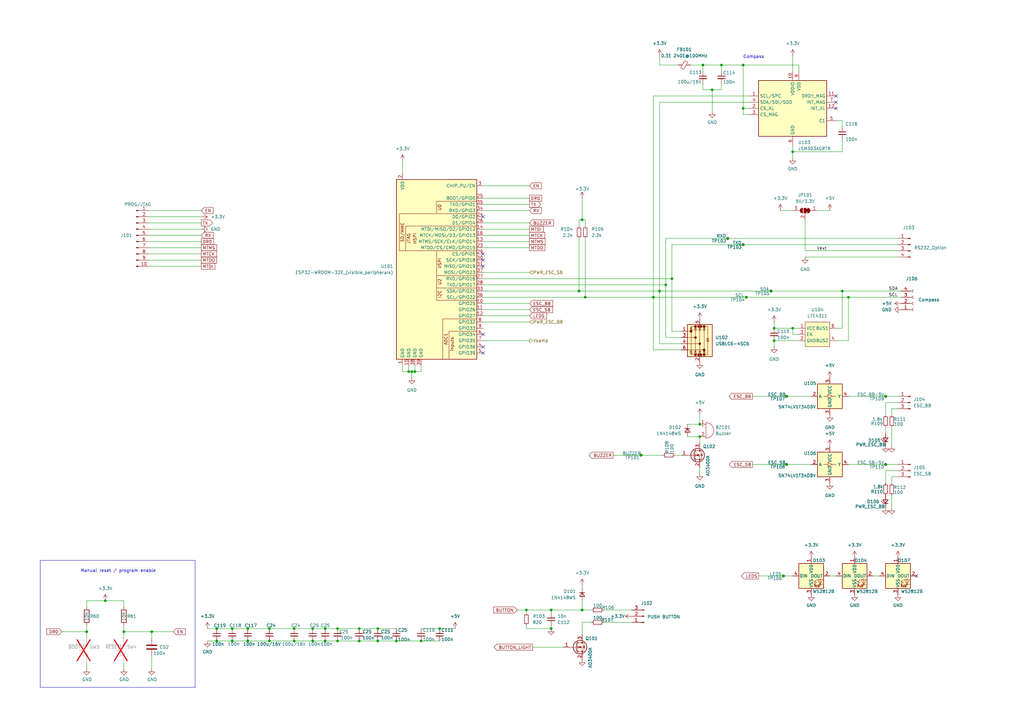
<source format=kicad_sch>
(kicad_sch (version 20231120) (generator "eeschema") (generator_version "8.0")
  (paper "A3")
  (junction (at 35.56 259.08))
  (junction (at 298.45 97.79))
  (junction (at 128.27 262.89))
  (junction (at 322.58 162.56))
  (junction (at 138.43 257.81))
  (junction (at 128.27 257.81))
  (junction (at 50.8 259.08))
  (junction (at 226.06 250.19))
  (junction (at 262.89 186.69))
  (junction (at 154.94 257.81))
  (junction (at 288.29 26.67))
  (junction (at 154.94 262.89))
  (junction (at 120.65 262.89))
  (junction (at 167.64 152.4))
  (junction (at 110.49 262.89))
  (junction (at 101.6 257.81))
  (junction (at 43.18 246.38))
  (junction (at 287.02 179.07))
  (junction (at 304.8 26.67))
  (junction (at 133.35 257.81))
  (junction (at 133.35 262.89))
  (junction (at 172.72 262.89))
  (junction (at 138.43 262.89))
  (junction (at 270.51 119.38))
  (junction (at 306.07 121.92))
  (junction (at 170.18 152.4))
  (junction (at 101.6 262.89))
  (junction (at 363.22 162.56))
  (junction (at 316.23 119.38))
  (junction (at 321.31 236.22))
  (junction (at 226.06 257.81))
  (junction (at 322.58 190.5))
  (junction (at 240.03 121.92))
  (junction (at 62.23 259.08))
  (junction (at 88.9 257.81))
  (junction (at 267.97 121.92))
  (junction (at 317.5 139.7))
  (junction (at 325.12 134.62))
  (junction (at 304.8 44.45))
  (junction (at 238.76 90.17))
  (junction (at 120.65 257.81))
  (junction (at 147.32 262.89))
  (junction (at 180.34 257.81))
  (junction (at 162.56 262.89))
  (junction (at 275.59 114.3))
  (junction (at 88.9 262.89))
  (junction (at 287.02 173.99))
  (junction (at 345.44 119.38))
  (junction (at 325.12 62.23))
  (junction (at 215.9 250.19))
  (junction (at 237.49 119.38))
  (junction (at 110.49 257.81))
  (junction (at 304.8 100.33))
  (junction (at 147.32 257.81))
  (junction (at 273.05 116.84))
  (junction (at 168.91 152.4))
  (junction (at 347.98 121.92))
  (junction (at 363.22 190.5))
  (junction (at 292.1 36.83))
  (junction (at 295.91 26.67))
  (junction (at 238.76 250.19))
  (junction (at 95.25 257.81))
  (junction (at 317.5 134.62))
  (junction (at 95.25 262.89))
  (no_connect (at 198.12 142.24))
  (no_connect (at 198.12 144.78))
  (no_connect (at 375.92 236.22))
  (no_connect (at 198.12 106.68))
  (no_connect (at 198.12 109.22))
  (no_connect (at 342.9 41.91))
  (no_connect (at 198.12 104.14))
  (no_connect (at 342.9 44.45))
  (no_connect (at 198.12 137.16))
  (no_connect (at 342.9 39.37))
  (no_connect (at 198.12 88.9))
  (wire (pts (xy 217.17 96.52) (xy 198.12 96.52)))
  (wire (pts (xy 281.94 179.07) (xy 287.02 179.07)))
  (wire (pts (xy 110.49 257.81) (xy 120.65 257.81)))
  (wire (pts (xy 238.76 246.38) (xy 238.76 250.19)))
  (wire (pts (xy 295.91 26.67) (xy 304.8 26.67)))
  (wire (pts (xy 88.9 257.81) (xy 95.25 257.81)))
  (wire (pts (xy 365.76 175.26) (xy 365.76 182.88)))
  (wire (pts (xy 215.9 257.81) (xy 226.06 257.81)))
  (wire (pts (xy 363.22 190.5) (xy 368.3 190.5)))
  (wire (pts (xy 218.44 265.43) (xy 231.14 265.43)))
  (wire (pts (xy 317.5 132.08) (xy 317.5 134.62)))
  (wire (pts (xy 82.55 99.06) (xy 60.96 99.06)))
  (wire (pts (xy 304.8 100.33) (xy 275.59 100.33)))
  (wire (pts (xy 85.09 257.81) (xy 88.9 257.81)))
  (wire (pts (xy 240.03 121.92) (xy 267.97 121.92)))
  (wire (pts (xy 279.4 143.51) (xy 267.97 143.51)))
  (wire (pts (xy 273.05 97.79) (xy 273.05 116.84)))
  (wire (pts (xy 283.21 26.67) (xy 288.29 26.67)))
  (wire (pts (xy 168.91 152.4) (xy 168.91 154.94)))
  (wire (pts (xy 238.76 81.28) (xy 238.76 90.17)))
  (wire (pts (xy 368.3 195.58) (xy 365.76 195.58)))
  (wire (pts (xy 311.15 236.22) (xy 321.31 236.22)))
  (wire (pts (xy 347.98 190.5) (xy 363.22 190.5)))
  (wire (pts (xy 120.65 262.89) (xy 128.27 262.89)))
  (wire (pts (xy 168.91 152.4) (xy 170.18 152.4)))
  (wire (pts (xy 342.9 139.7) (xy 347.98 139.7)))
  (wire (pts (xy 304.8 46.99) (xy 307.34 46.99)))
  (wire (pts (xy 308.61 162.56) (xy 322.58 162.56)))
  (polyline (pts (xy 16.51 229.87) (xy 80.01 229.87)))
  (wire (pts (xy 138.43 257.81) (xy 147.32 257.81)))
  (wire (pts (xy 288.29 26.67) (xy 288.29 29.21)))
  (wire (pts (xy 88.9 262.89) (xy 95.25 262.89)))
  (wire (pts (xy 287.02 194.31) (xy 287.02 191.77)))
  (wire (pts (xy 270.51 26.67) (xy 270.51 22.86)))
  (wire (pts (xy 238.76 90.17) (xy 240.03 90.17)))
  (wire (pts (xy 330.2 90.17) (xy 330.2 102.87)))
  (wire (pts (xy 322.58 190.5) (xy 332.74 190.5)))
  (wire (pts (xy 133.35 262.89) (xy 138.43 262.89)))
  (wire (pts (xy 287.02 179.07) (xy 287.02 181.61)))
  (wire (pts (xy 292.1 36.83) (xy 292.1 45.72)))
  (wire (pts (xy 325.12 62.23) (xy 325.12 59.69)))
  (wire (pts (xy 295.91 34.29) (xy 295.91 36.83)))
  (wire (pts (xy 170.18 152.4) (xy 172.72 152.4)))
  (wire (pts (xy 226.06 250.19) (xy 238.76 250.19)))
  (wire (pts (xy 238.76 250.19) (xy 242.57 250.19)))
  (wire (pts (xy 340.36 236.22) (xy 342.9 236.22)))
  (wire (pts (xy 267.97 143.51) (xy 267.97 121.92)))
  (wire (pts (xy 35.56 246.38) (xy 43.18 246.38)))
  (wire (pts (xy 345.44 57.15) (xy 345.44 62.23)))
  (wire (pts (xy 279.4 135.89) (xy 275.59 135.89)))
  (wire (pts (xy 267.97 121.92) (xy 306.07 121.92)))
  (wire (pts (xy 347.98 162.56) (xy 363.22 162.56)))
  (wire (pts (xy 82.55 88.9) (xy 60.96 88.9)))
  (wire (pts (xy 50.8 256.54) (xy 50.8 259.08)))
  (wire (pts (xy 288.29 36.83) (xy 292.1 36.83)))
  (wire (pts (xy 270.51 140.97) (xy 270.51 119.38)))
  (wire (pts (xy 365.76 167.64) (xy 365.76 170.18)))
  (wire (pts (xy 165.1 66.04) (xy 165.1 71.12)))
  (wire (pts (xy 60.96 101.6) (xy 82.55 101.6)))
  (wire (pts (xy 198.12 81.28) (xy 217.17 81.28)))
  (wire (pts (xy 317.5 139.7) (xy 327.66 139.7)))
  (wire (pts (xy 101.6 257.81) (xy 110.49 257.81)))
  (wire (pts (xy 50.8 259.08) (xy 62.23 259.08)))
  (wire (pts (xy 251.46 186.69) (xy 262.89 186.69)))
  (wire (pts (xy 347.98 121.92) (xy 369.57 121.92)))
  (wire (pts (xy 342.9 49.53) (xy 345.44 49.53)))
  (wire (pts (xy 368.3 97.79) (xy 298.45 97.79)))
  (wire (pts (xy 278.13 26.67) (xy 270.51 26.67)))
  (wire (pts (xy 363.22 175.26) (xy 363.22 177.8)))
  (wire (pts (xy 308.61 190.5) (xy 322.58 190.5)))
  (wire (pts (xy 345.44 49.53) (xy 345.44 52.07)))
  (wire (pts (xy 345.44 119.38) (xy 345.44 134.62)))
  (wire (pts (xy 133.35 257.81) (xy 138.43 257.81)))
  (wire (pts (xy 95.25 262.89) (xy 101.6 262.89)))
  (wire (pts (xy 270.51 119.38) (xy 316.23 119.38)))
  (wire (pts (xy 345.44 62.23) (xy 325.12 62.23)))
  (wire (pts (xy 226.06 256.54) (xy 226.06 257.81)))
  (wire (pts (xy 43.18 246.38) (xy 50.8 246.38)))
  (wire (pts (xy 240.03 97.79) (xy 240.03 121.92)))
  (wire (pts (xy 226.06 250.19) (xy 226.06 251.46)))
  (wire (pts (xy 288.29 34.29) (xy 288.29 36.83)))
  (wire (pts (xy 325.12 64.77) (xy 325.12 62.23)))
  (wire (pts (xy 35.56 259.08) (xy 35.56 261.62)))
  (wire (pts (xy 365.76 195.58) (xy 365.76 198.12)))
  (wire (pts (xy 363.22 198.12) (xy 363.22 193.04)))
  (wire (pts (xy 165.1 152.4) (xy 165.1 149.86)))
  (wire (pts (xy 325.12 86.36) (xy 320.04 86.36)))
  (wire (pts (xy 154.94 257.81) (xy 162.56 257.81)))
  (wire (pts (xy 275.59 135.89) (xy 275.59 114.3)))
  (wire (pts (xy 368.3 102.87) (xy 330.2 102.87)))
  (wire (pts (xy 322.58 162.56) (xy 332.74 162.56)))
  (wire (pts (xy 262.89 186.69) (xy 271.78 186.69)))
  (wire (pts (xy 279.4 140.97) (xy 270.51 140.97)))
  (wire (pts (xy 128.27 257.81) (xy 133.35 257.81)))
  (wire (pts (xy 217.17 93.98) (xy 198.12 93.98)))
  (wire (pts (xy 50.8 261.62) (xy 50.8 259.08)))
  (wire (pts (xy 198.12 119.38) (xy 237.49 119.38)))
  (wire (pts (xy 35.56 246.38) (xy 35.56 248.92)))
  (wire (pts (xy 82.55 91.44) (xy 60.96 91.44)))
  (wire (pts (xy 347.98 121.92) (xy 347.98 139.7)))
  (wire (pts (xy 180.34 257.81) (xy 186.69 257.81)))
  (wire (pts (xy 82.55 96.52) (xy 60.96 96.52)))
  (wire (pts (xy 237.49 119.38) (xy 270.51 119.38)))
  (wire (pts (xy 198.12 91.44) (xy 217.17 91.44)))
  (wire (pts (xy 35.56 274.32) (xy 35.56 271.78)))
  (wire (pts (xy 247.65 250.19) (xy 259.08 250.19)))
  (wire (pts (xy 325.12 22.86) (xy 325.12 29.21)))
  (wire (pts (xy 238.76 241.3) (xy 238.76 240.03)))
  (wire (pts (xy 340.36 86.36) (xy 335.28 86.36)))
  (wire (pts (xy 35.56 259.08) (xy 25.4 259.08)))
  (wire (pts (xy 226.06 250.19) (xy 215.9 250.19)))
  (wire (pts (xy 62.23 259.08) (xy 62.23 261.62)))
  (wire (pts (xy 327.66 134.62) (xy 325.12 134.62)))
  (wire (pts (xy 101.6 262.89) (xy 110.49 262.89)))
  (wire (pts (xy 287.02 170.18) (xy 287.02 173.99)))
  (wire (pts (xy 247.65 255.27) (xy 259.08 255.27)))
  (wire (pts (xy 60.96 104.14) (xy 82.55 104.14)))
  (wire (pts (xy 85.09 262.89) (xy 88.9 262.89)))
  (wire (pts (xy 170.18 152.4) (xy 170.18 149.86)))
  (wire (pts (xy 110.49 262.89) (xy 120.65 262.89)))
  (wire (pts (xy 212.09 250.19) (xy 215.9 250.19)))
  (wire (pts (xy 215.9 250.19) (xy 215.9 251.46)))
  (wire (pts (xy 267.97 39.37) (xy 307.34 39.37)))
  (wire (pts (xy 128.27 262.89) (xy 133.35 262.89)))
  (wire (pts (xy 368.3 167.64) (xy 365.76 167.64)))
  (wire (pts (xy 281.94 173.99) (xy 287.02 173.99)))
  (wire (pts (xy 327.66 29.21) (xy 327.66 26.67)))
  (wire (pts (xy 50.8 246.38) (xy 50.8 248.92)))
  (wire (pts (xy 147.32 262.89) (xy 154.94 262.89)))
  (polyline (pts (xy 80.01 281.94) (xy 16.51 281.94)))
  (wire (pts (xy 358.14 236.22) (xy 360.68 236.22)))
  (wire (pts (xy 316.23 119.38) (xy 345.44 119.38)))
  (wire (pts (xy 327.66 137.16) (xy 325.12 137.16)))
  (wire (pts (xy 60.96 109.22) (xy 82.55 109.22)))
  (wire (pts (xy 198.12 132.08) (xy 217.17 132.08)))
  (wire (pts (xy 321.31 236.22) (xy 325.12 236.22)))
  (wire (pts (xy 288.29 26.67) (xy 295.91 26.67)))
  (wire (pts (xy 363.22 170.18) (xy 363.22 165.1)))
  (wire (pts (xy 198.12 124.46) (xy 217.17 124.46)))
  (wire (pts (xy 270.51 119.38) (xy 270.51 41.91)))
  (wire (pts (xy 368.3 100.33) (xy 304.8 100.33)))
  (wire (pts (xy 217.17 99.06) (xy 198.12 99.06)))
  (wire (pts (xy 279.4 138.43) (xy 273.05 138.43)))
  (wire (pts (xy 368.3 105.41) (xy 330.2 105.41)))
  (wire (pts (xy 165.1 152.4) (xy 167.64 152.4)))
  (wire (pts (xy 172.72 257.81) (xy 180.34 257.81)))
  (polyline (pts (xy 16.51 281.94) (xy 16.51 229.87)))
  (wire (pts (xy 273.05 116.84) (xy 273.05 138.43)))
  (wire (pts (xy 167.64 152.4) (xy 168.91 152.4)))
  (wire (pts (xy 237.49 90.17) (xy 238.76 90.17)))
  (wire (pts (xy 306.07 121.92) (xy 347.98 121.92)))
  (wire (pts (xy 35.56 256.54) (xy 35.56 259.08)))
  (wire (pts (xy 298.45 97.79) (xy 273.05 97.79)))
  (wire (pts (xy 363.22 162.56) (xy 368.3 162.56)))
  (wire (pts (xy 238.76 255.27) (xy 242.57 255.27)))
  (wire (pts (xy 217.17 101.6) (xy 198.12 101.6)))
  (wire (pts (xy 240.03 90.17) (xy 240.03 92.71)))
  (wire (pts (xy 275.59 100.33) (xy 275.59 114.3)))
  (wire (pts (xy 304.8 26.67) (xy 327.66 26.67)))
  (wire (pts (xy 317.5 139.7) (xy 317.5 142.24)))
  (wire (pts (xy 237.49 90.17) (xy 237.49 92.71)))
  (wire (pts (xy 292.1 36.83) (xy 295.91 36.83)))
  (wire (pts (xy 273.05 116.84) (xy 198.12 116.84)))
  (wire (pts (xy 147.32 257.81) (xy 154.94 257.81)))
  (wire (pts (xy 62.23 269.24) (xy 62.23 274.32)))
  (wire (pts (xy 342.9 134.62) (xy 345.44 134.62)))
  (wire (pts (xy 275.59 114.3) (xy 198.12 114.3)))
  (wire (pts (xy 304.8 44.45) (xy 304.8 46.99)))
  (polyline (pts (xy 80.01 229.87) (xy 80.01 281.94)))
  (wire (pts (xy 345.44 119.38) (xy 369.57 119.38)))
  (wire (pts (xy 154.94 262.89) (xy 162.56 262.89)))
  (wire (pts (xy 82.55 86.36) (xy 60.96 86.36)))
  (wire (pts (xy 198.12 129.54) (xy 217.17 129.54)))
  (wire (pts (xy 62.23 259.08) (xy 71.12 259.08)))
  (wire (pts (xy 317.5 134.62) (xy 325.12 134.62)))
  (wire (pts (xy 295.91 26.67) (xy 295.91 29.21)))
  (wire (pts (xy 365.76 203.2) (xy 365.76 208.28)))
  (wire (pts (xy 198.12 127) (xy 217.17 127)))
  (wire (pts (xy 95.25 257.81) (xy 101.6 257.81)))
  (wire (pts (xy 270.51 41.91) (xy 307.34 41.91)))
  (wire (pts (xy 50.8 274.32) (xy 50.8 271.78)))
  (wire (pts (xy 162.56 262.89) (xy 172.72 262.89)))
  (wire (pts (xy 217.17 86.36) (xy 198.12 86.36)))
  (wire (pts (xy 138.43 262.89) (xy 147.32 262.89)))
  (wire (pts (xy 172.72 262.89) (xy 180.34 262.89)))
  (wire (pts (xy 237.49 97.79) (xy 237.49 119.38)))
  (wire (pts (xy 217.17 83.82) (xy 198.12 83.82)))
  (wire (pts (xy 217.17 76.2) (xy 198.12 76.2)))
  (wire (pts (xy 267.97 39.37) (xy 267.97 121.92)))
  (wire (pts (xy 172.72 149.86) (xy 172.72 152.4)))
  (wire (pts (xy 167.64 149.86) (xy 167.64 152.4)))
  (wire (pts (xy 198.12 121.92) (xy 240.03 121.92)))
  (wire (pts (xy 198.12 111.76) (xy 217.17 111.76)))
  (wire (pts (xy 363.22 165.1) (xy 368.3 165.1)))
  (wire (pts (xy 60.96 106.68) (xy 82.55 106.68)))
  (wire (pts (xy 215.9 256.54) (xy 215.9 257.81)))
  (wire (pts (xy 120.65 257.81) (xy 128.27 257.81)))
  (wire (pts (xy 325.12 137.16) (xy 325.12 134.62)))
  (wire (pts (xy 217.17 139.7) (xy 198.12 139.7)))
  (wire (pts (xy 363.22 193.04) (xy 368.3 193.04)))
  (wire (pts (xy 276.86 186.69) (xy 279.4 186.69)))
  (wire (pts (xy 307.34 44.45) (xy 304.8 44.45)))
  (wire (pts (xy 238.76 260.35) (xy 238.76 255.27)))
  (wire (pts (xy 82.55 93.98) (xy 60.96 93.98)))
  (wire (pts (xy 304.8 26.67) (xy 304.8 44.45)))
  (text "Compass" (at 304.8 24.13 0) (effects (font (size 1.27 1.27)) (justify left bottom)))
  (text "Manual reset / program enable" (at 33.02 234.95 0) (effects (font (size 1.27 1.27)) (justify left bottom)))
  (label "SCL" (at 364.49 121.92 0))
  (label "Vext" (at 339.09 102.87 180))
  (label "SDA" (at 364.49 119.38 0))
  (global_label "MTDO" (shape passive) (at 82.55 106.68 0) (property "Intersheetrefs" "${INTERSHEET_REFS}" (effects (hide yes))))
  (global_label "MTDI" (shape passive) (at 217.17 93.98 0) (property "Intersheetrefs" "${INTERSHEET_REFS}" (effects (hide yes))))
  (global_label "MTMS" (shape passive) (at 82.55 101.6 0) (property "Intersheetrefs" "${INTERSHEET_REFS}" (effects (hide yes))))
  (global_label "MTCK" (shape passive) (at 82.55 104.14 0) (property "Intersheetrefs" "${INTERSHEET_REFS}" (effects (hide yes))))
  (global_label "BUTTON" (shape input) (at 212.09 250.19 180) (property "Intersheetrefs" "${INTERSHEET_REFS}" (effects (hide yes))))
  (global_label "MTDI" (shape passive) (at 82.55 109.22 0) (property "Intersheetrefs" "${INTERSHEET_REFS}" (effects (hide yes))))
  (global_label "MTCK" (shape passive) (at 217.17 96.52 0) (property "Intersheetrefs" "${INTERSHEET_REFS}" (effects (hide yes))))
  (global_label "BUZZER" (shape input) (at 217.17 91.44 0) (property "Intersheetrefs" "${INTERSHEET_REFS}" (effects (hide yes))))
  (global_label "ESC_BB" (shape input) (at 217.17 124.46 0) (property "Intersheetrefs" "${INTERSHEET_REFS}" (effects (hide yes))))
  (global_label "BUTTON_LIGHT" (shape output) (at 218.44 265.43 180) (property "Intersheetrefs" "${INTERSHEET_REFS}" (effects (hide yes))))
  (global_label "TX" (shape output) (at 82.55 91.44 0) (property "Intersheetrefs" "${INTERSHEET_REFS}" (effects (hide yes))))
  (global_label "ESC_BB" (shape output) (at 308.61 162.56 180) (property "Intersheetrefs" "${INTERSHEET_REFS}" (effects (hide yes))))
  (global_label "DR0" (shape input) (at 25.4 259.08 180) (property "Intersheetrefs" "${INTERSHEET_REFS}" (effects (hide yes))))
  (global_label "EN" (shape input) (at 71.12 259.08 0) (property "Intersheetrefs" "${INTERSHEET_REFS}" (effects (hide yes))))
  (global_label "BUZZER" (shape output) (at 251.46 186.69 180) (property "Intersheetrefs" "${INTERSHEET_REFS}" (effects (hide yes))))
  (global_label "MTDO" (shape passive) (at 217.17 101.6 0) (property "Intersheetrefs" "${INTERSHEET_REFS}" (effects (hide yes))))
  (global_label "TX" (shape output) (at 217.17 83.82 0) (property "Intersheetrefs" "${INTERSHEET_REFS}" (effects (hide yes))))
  (global_label "ESC_SB" (shape output) (at 308.61 190.5 180) (property "Intersheetrefs" "${INTERSHEET_REFS}" (effects (hide yes))))
  (global_label "EN" (shape input) (at 217.17 76.2 0) (property "Intersheetrefs" "${INTERSHEET_REFS}" (effects (hide yes))))
  (global_label "ESC_SB" (shape input) (at 217.17 127 0) (property "Intersheetrefs" "${INTERSHEET_REFS}" (effects (hide yes))))
  (global_label "RX" (shape input) (at 82.55 96.52 0) (property "Intersheetrefs" "${INTERSHEET_REFS}" (effects (hide yes))))
  (global_label "EN" (shape input) (at 82.55 86.36 0) (property "Intersheetrefs" "${INTERSHEET_REFS}" (effects (hide yes))))
  (global_label "LEDS" (shape output) (at 311.15 236.22 180) (property "Intersheetrefs" "${INTERSHEET_REFS}" (effects (hide yes))))
  (global_label "RX" (shape input) (at 217.17 86.36 0) (property "Intersheetrefs" "${INTERSHEET_REFS}" (effects (hide yes))))
  (global_label "MTMS" (shape passive) (at 217.17 99.06 0) (property "Intersheetrefs" "${INTERSHEET_REFS}" (effects (hide yes))))
  (global_label "DR0" (shape passive) (at 217.17 81.28 0) (property "Intersheetrefs" "${INTERSHEET_REFS}" (effects (hide yes))))
  (global_label "DR0" (shape passive) (at 82.55 99.06 0) (property "Intersheetrefs" "${INTERSHEET_REFS}" (effects (hide yes))))
  (global_label "LEDS" (shape input) (at 217.17 129.54 0) (property "Intersheetrefs" "${INTERSHEET_REFS}" (effects (hide yes))))
  (hierarchical_label "PWR_ESC_BB" (shape input) (at 217.17 132.08 0))
  (hierarchical_label "Vsamp" (shape output) (at 217.17 139.7 0))
  (hierarchical_label "PWR_ESC_SB" (shape input) (at 217.17 111.76 0))
  (symbol (lib_id "power:+3.3V") (at 43.18 246.38 0) (unit 1)
    (property "Reference" "#PWR0102" (effects (hide yes)))
    (property "Value" "+3.3V" (at 43.18 241.3 0))
  )
  (symbol (lib_id "power:+3.3V") (at 320.04 86.36 0) (mirror y) (unit 1)
    (property "Reference" "#PWR0125" (effects (hide yes)))
    (property "Value" "+3.3V" (at 320.04 81.28 0))
  )
  (symbol (lib_id "power:+3.3V") (at 270.51 22.86 0) (unit 1)
    (property "Reference" "#PWR0117" (effects (hide yes)))
    (property "Value" "+3.3V" (at 270.51 17.78 0))
  )
  (symbol (lib_id "Connector:Conn_01x03_Pin") (at 373.38 165.1 0) (mirror y) (unit 1)
    (property "Reference" "J104" (at 374.65 163.8299 0) (effects (justify right)))
    (property "Value" "ESC_BB" (at 374.65 166.3699 0) (effects (justify right)))
    (property "Footprint" "Connector_JST:JST_XH_B3B-XH-A_1x03_P2.50mm_Vertical" (effects (hide yes)))
    (property "Description" "Generic connector, single row, 01x03, script generated" (effects (hide yes)))
    (property "LCSC" "C5341202" (effects (hide yes)))
  )
  (symbol (lib_id "Device:C_Small") (at 345.44 54.61 0) (unit 1)
    (property "Reference" "C116" (at 346.71 50.8 0) (effects (justify left)))
    (property "Value" "100n" (at 346.71 57.15 0) (effects (justify left)))
    (property "Footprint" "A_Device:C_0603" (effects (hide yes)))
    (property "LCSC" "C14663" (effects (hide yes)))
  )
  (symbol (lib_id "Device:C_Small") (at 120.65 260.35 0) (unit 1)
    (property "Reference" "C24" (at 119.38 256.54 0) (effects (justify left)))
    (property "Value" "100u/16V" (at 115.57 264.16 0) (effects (justify left)))
    (property "Footprint" "Capacitor_SMD:C_1210_3225Metric" (effects (hide yes)))
    (property "LCSC" "C90143" (effects (hide yes)))
    (instances (project "NIKOLA-02-E-001_PCAScannerController_R1" (path "" (reference "C24") (unit 1))) (project "Robuoy-Sub" (path "" (reference "C103") (unit 1))))
  )
  (symbol (lib_id "Device:R_Small") (at 245.11 250.19 90) (mirror x) (unit 1)
    (property "Reference" "R106" (at 249.428 249.174 90))
    (property "Value" "100" (at 245.11 248.412 90))
    (property "Footprint" "A_Device:R_0603" (effects (hide yes)))
    (property "LCSC" "C22775" (effects (hide yes)))
  )
  (symbol (lib_id "Connector:TestPoint_Small") (at 363.22 162.56 0) (unit 1) (in_bom no)
    (property "Reference" "TP109" (at 356.616 163.576 0) (effects (justify left)))
    (property "Value" "ESC_BB-5V" (at 351.536 161.798 0) (effects (justify left)))
    (property "Footprint" "A_Pads_Pins:Testpad_1" (effects (hide yes)))
    (property "Description" "test point" (effects (hide yes)))
  )
  (symbol (lib_id "Device:C_Small") (at 295.91 31.75 0) (unit 1)
    (property "Reference" "C114" (at 296.545 29.845 0) (effects (justify left)))
    (property "Value" "100n" (at 296.545 33.655 0) (effects (justify left)))
    (property "Footprint" "A_Device:C_0603" (effects (hide yes)))
    (property "LCSC" "C14663" (effects (hide yes)))
  )
  (symbol (lib_id "power:GND") (at 50.8 274.32 0) (unit 1)
    (property "Reference" "#PWR0123" (effects (hide yes)))
    (property "Value" "GND" (at 50.927 278.7142 0))
    (instances (project "Smartbox4.0_V1.3" (path "" (reference "#PWR0123") (unit 1))) (project "Robuoy-Sub" (path "" (reference "#PWR0103") (unit 1))))
  )
  (symbol (lib_id "power:GND") (at 350.52 243.84 0) (unit 1)
    (property "Reference" "#PWR0137" (effects (hide yes)))
    (property "Value" "GND" (at 350.52 248.285 0))
  )
  (symbol (lib_id "power:GND") (at 287.02 194.31 0) (mirror y) (unit 1)
    (property "Reference" "#PWR0121" (effects (hide yes)))
    (property "Value" "GND" (at 287.02 199.39 0))
  )
  (symbol (lib_id "Switch:SW_Push") (at 50.8 266.7 90) (unit 1) (in_bom no) (dnp yes)
    (property "Reference" "SW4" (at 52.0192 265.3792 90) (effects (justify right)))
    (property "Value" "~{RESET}" (at 43.18 265.43 90) (effects (justify right)))
    (property "Footprint" "Connector_PinHeader_2.54mm:PinHeader_1x02_P2.54mm_Vertical" (effects (hide yes)))
    (property "Farnell" "-" (effects (hide yes)))
    (instances (project "Smartbox4.0_V1.3" (path "" (reference "SW4") (unit 1))) (project "Robuoy-Sub" (path "" (reference "SW102") (unit 1))))
  )
  (symbol (lib_id "Connector:Conn_01x04_Pin") (at 373.38 100.33 0) (mirror y) (unit 1)
    (property "Reference" "J103" (at 372.745 93.345 0))
    (property "Value" "RS232_Option" (at 381.635 101.6 0))
    (property "Footprint" "Connector_PinSocket_2.54mm:PinSocket_1x04_P2.54mm_Vertical" (effects (hide yes)))
    (property "LCSC" "C2718488" (effects (hide yes)))
  )
  (symbol (lib_id "Sensor_Motion:LSM303C") (at 325.12 44.45 0) (unit 1)
    (property "Reference" "U103" (at 327.3141 58.42 0) (effects (justify left)))
    (property "Value" "LSM303AGRTR" (at 327.3141 60.96 0) (effects (justify left)))
    (property "Footprint" "Package_LGA:LGA-12_2x2mm_P0.5mm" (effects (hide yes)))
    (property "Datasheet" "www.st.com/resource/en/datasheet/lsm303c.pdf" (effects (hide yes)))
    (property "LCSC" "C126671" (effects (hide yes)))
  )
  (symbol (lib_id "Device:C_Small") (at 162.56 260.35 0) (unit 1)
    (property "Reference" "C25" (at 163.195 258.445 0) (effects (justify left)))
    (property "Value" "100n" (at 163.195 262.255 0) (effects (justify left)))
    (property "Footprint" "A_Device:C_0603" (effects (hide yes)))
    (property "LCSC" "C14663" (effects (hide yes)))
    (instances (project "NIKOLA-02-E-001_PCAScannerController_R1" (path "" (reference "C25") (unit 1))) (project "Robuoy-Sub" (path "" (reference "C109") (unit 1))))
  )
  (symbol (lib_id "Connector:TestPoint_Small") (at 298.45 97.79 0) (unit 1) (in_bom no)
    (property "Reference" "TP102" (at 291.846 98.806 0) (effects (justify left)))
    (property "Value" "RXD" (at 293.878 96.774 0) (effects (justify left)))
    (property "Footprint" "A_Pads_Pins:Testpad_1" (effects (hide yes)))
    (property "Description" "test point" (effects (hide yes)))
  )
  (symbol (lib_id "Device:R_Small") (at 365.76 172.72 180) (unit 1)
    (property "Reference" "R111" (at 369.062 171.958 0))
    (property "Value" "100" (at 368.554 173.99 0))
    (property "Footprint" "A_Device:R_0603" (effects (hide yes)))
    (property "Description" "Resistor, small symbol" (effects (hide yes)))
    (property "LCSC" "C22775" (effects (hide yes)))
  )
  (symbol (lib_id "Device:R_Small") (at 274.32 186.69 270) (unit 1)
    (property "Reference" "R108" (at 273.558 183.388 0))
    (property "Value" "100" (at 275.59 183.896 0))
    (property "Footprint" "A_Device:R_0603" (effects (hide yes)))
    (property "Description" "Resistor, small symbol" (effects (hide yes)))
    (property "LCSC" "C22775" (effects (hide yes)))
  )
  (symbol (lib_id "Device:Buzzer") (at 289.56 176.53 0) (unit 1)
    (property "Reference" "BZ101" (at 293.37 175.2599 0) (effects (justify left)))
    (property "Value" "Buzzer" (at 293.37 177.7999 0) (effects (justify left)))
    (property "Footprint" "A_Misc:Buzzer-12x6.5x5.2" (effects (hide yes)))
    (property "Description" "Buzzer, polarized" (effects (hide yes)))
    (property "LCSC" "C968749" (effects (hide yes)))
  )
  (symbol (lib_id "Jumper:SolderJumper_3_Bridged12") (at 330.2 86.36 0) (mirror y) (unit 1) (in_bom no)
    (property "Reference" "JP101" (at 330.2 80.01 0))
    (property "Value" "5V/3.3V" (at 330.2 82.55 0))
    (property "Footprint" "Jumper:SolderJumper-3_P1.3mm_Bridged12_RoundedPad1.0x1.5mm" (effects (hide yes)))
  )
  (symbol (lib_id "Device:R_Small") (at 365.76 200.66 180) (unit 1)
    (property "Reference" "R112" (at 369.062 199.898 0))
    (property "Value" "100" (at 368.554 201.93 0))
    (property "Footprint" "A_Device:R_0603" (effects (hide yes)))
    (property "Description" "Resistor, small symbol" (effects (hide yes)))
    (property "LCSC" "C22775" (effects (hide yes)))
  )
  (symbol (lib_id "Device:R") (at 50.8 252.73 0) (unit 1)
    (property "Reference" "R61" (at 52.07 252.73 0) (effects (justify left)))
    (property "Value" "10K" (at 50.8 252.73 90))
    (property "Footprint" "A_Device:R_0603" (effects (hide yes)))
    (property "Farnell" "2331736" (effects (hide yes)))
    (property "MF" "TE CONNECTIVITY" (effects (hide yes)))
    (property "MFN" "CRGH0603F10K" (effects (hide yes)))
    (property "LCSC" "C25804" (effects (hide yes)))
    (instances (project "Smartbox4.0_V1.3" (path "" (reference "R61") (unit 1))) (project "Robuoy-Sub" (path "" (reference "R102") (unit 1))))
  )
  (symbol (lib_id "Connector:Conn_01x03_Pin") (at 264.16 252.73 180) (unit 1)
    (property "Reference" "J102" (at 262.89 247.396 0) (effects (justify right)))
    (property "Value" "PUSH BUTTON" (at 265.43 252.984 0) (effects (justify right)))
    (property "Footprint" "Connector_JST:JST_XH_B3B-XH-A_1x03_P2.50mm_Vertical" (effects (hide yes)))
    (property "Description" "Generic connector, single row, 01x03, script generated" (effects (hide yes)))
    (property "LCSC" "C5341202" (effects (hide yes)))
  )
  (symbol (lib_id "Logic_LevelTranslator:SN74LV1T34DBV") (at 340.36 162.56 0) (unit 1)
    (property "Reference" "U105" (at 332.232 157.226 0))
    (property "Value" "SN74LV1T34DBV" (at 326.898 166.878 0))
    (property "Footprint" "Package_TO_SOT_SMD:SOT-23-5" (effects (hide yes)))
    (property "Datasheet" "https://www.ti.com/lit/ds/symlink/sn74lv1t34.pdf" (effects (hide yes)))
    (property "Description" "Single Power Supply, Single Buffer GATE, CMOS Logic, Level Shifter, SOT-23-5" (effects (hide yes)))
    (property "LCSC" "C100024" (effects (hide yes)))
  )
  (symbol (lib_id "Logic_LevelTranslator:SN74LV1T34DBV") (at 340.36 190.5 0) (unit 1)
    (property "Reference" "U106" (at 332.232 185.928 0))
    (property "Value" "SN74LV1T34DBV" (at 326.898 195.072 0))
    (property "Footprint" "Package_TO_SOT_SMD:SOT-23-5" (effects (hide yes)))
    (property "Datasheet" "https://www.ti.com/lit/ds/symlink/sn74lv1t34.pdf" (effects (hide yes)))
    (property "Description" "Single Power Supply, Single Buffer GATE, CMOS Logic, Level Shifter, SOT-23-5" (effects (hide yes)))
    (property "LCSC" "C100024" (effects (hide yes)))
  )
  (symbol (lib_id "Device:R_Small") (at 237.49 95.25 0) (mirror y) (unit 1)
    (property "Reference" "R104" (at 234.95 93.98 0) (effects (justify left)))
    (property "Value" "2.2k" (at 234.95 96.52 0) (effects (justify left)))
    (property "Footprint" "A_Device:R_0603" (effects (hide yes)))
    (property "LCSC" "C21190" (effects (hide yes)))
  )
  (symbol (lib_id "power:GND") (at 363.22 182.88 0) (unit 1)
    (property "Reference" "#PWR0138" (effects (hide yes)))
    (property "Value" "GND" (effects (hide yes)))
  )
  (symbol (lib_id "power:GND") (at 365.76 208.28 0) (mirror y) (unit 1)
    (property "Reference" "#PWR0141" (effects (hide yes)))
    (property "Value" "GND" (effects (hide yes)))
  )
  (symbol (lib_id "Device:C_Small") (at 180.34 260.35 0) (unit 1)
    (property "Reference" "C111" (at 180.975 258.445 0) (effects (justify left)))
    (property "Value" "100n" (at 180.975 262.255 0) (effects (justify left)))
    (property "Footprint" "A_Device:C_0603" (effects (hide yes)))
    (property "LCSC" "C14663" (effects (hide yes)))
  )
  (symbol (lib_id "Device:C_Small") (at 110.49 260.35 0) (unit 1)
    (property "Reference" "C24" (at 109.22 256.54 0) (effects (justify left)))
    (property "Value" "100u/16V" (at 105.41 264.16 0) (effects (justify left)))
    (property "Footprint" "Capacitor_SMD:C_1210_3225Metric" (effects (hide yes)))
    (property "LCSC" "C90143" (effects (hide yes)))
    (instances (project "NIKOLA-02-E-001_PCAScannerController_R1" (path "" (reference "C24") (unit 1))) (project "Robuoy-Sub" (path "" (reference "C102") (unit 1))))
  )
  (symbol (lib_id "power:GND") (at 35.56 274.32 0) (unit 1)
    (property "Reference" "#PWR081" (effects (hide yes)))
    (property "Value" "GND" (at 35.687 278.7142 0))
    (instances (project "Smartbox4.0_V1.3" (path "" (reference "#PWR081") (unit 1))) (project "Robuoy-Sub" (path "" (reference "#PWR0101") (unit 1))))
  )
  (symbol (lib_id "Device:R_Small") (at 215.9 254 0) (mirror y) (unit 1)
    (property "Reference" "R103" (at 218.44 252.7299 0) (effects (justify right)))
    (property "Value" "820" (at 218.44 255.2699 0) (effects (justify right)))
    (property "Footprint" "A_Device:R_0603" (effects (hide yes)))
    (property "LCSC" "C21190" (effects (hide yes)))
  )
  (symbol (lib_id "power:GND") (at 363.22 208.28 0) (unit 1)
    (property "Reference" "#PWR0139" (effects (hide yes)))
    (property "Value" "GND" (effects (hide yes)))
  )
  (symbol (lib_id "Connector:TestPoint_Small") (at 304.8 100.33 0) (unit 1) (in_bom no)
    (property "Reference" "TP103" (at 298.196 101.346 0) (effects (justify left)))
    (property "Value" "TXD" (at 300.482 99.568 0) (effects (justify left)))
    (property "Footprint" "A_Pads_Pins:Testpad_1" (effects (hide yes)))
    (property "Description" "test point" (effects (hide yes)))
  )
  (symbol (lib_id "Transistor_FET:2N7002") (at 236.22 265.43 0) (unit 1)
    (property "Reference" "Q101" (at 240.03 261.874 0) (effects (justify left)))
    (property "Value" "AO3400A" (at 242.062 274.066 90) (effects (justify left)))
    (property "Footprint" "Package_TO_SOT_SMD:SOT-23" (effects (hide yes)))
    (property "Datasheet" "https://wmsc.lcsc.com/wmsc/upload/file/pdf/v2/lcsc/1811081213_Alpha---Omega-Semicon-AO3400A_C20917.pdf" (effects (hide yes)))
    (property "Description" "5.7A Id, 30V Vds, N-Channel MOSFET, SOT-23" (effects (hide yes)))
    (property "LCSC" "C20917" (effects (hide yes)))
  )
  (symbol (lib_id "Device:FerriteBead_Small") (at 280.67 26.67 90) (unit 1)
    (property "Reference" "FB101" (at 280.6319 20.32 90))
    (property "Value" "0.3E 240E@100MHz" (at 280.6319 22.86 90))
    (property "Footprint" "A_Device:L_0805_(1.2)" (effects (hide yes)))
    (property "Datasheet" "https://wmsc.lcsc.com/wmsc/upload/file/pdf/v2/lcsc/2201191230_Linekey-FBC2012-102Y_C2941558.pdf" (effects (hide yes)))
    (property "Description" "Ferrite bead, small symbol" (effects (hide yes)))
    (property "LCSC" "C2941558" (effects (hide yes)))
  )
  (symbol (lib_id "Device:LED_Small") (at 363.22 180.34 90) (unit 1)
    (property "Reference" "D105" (at 358.648 180.594 90))
    (property "Value" "PWR_ESC_BB" (at 357.124 182.372 90))
    (property "Footprint" "LED_SMD:LED_0603_1608Metric" (effects (hide yes)))
    (property "Datasheet" "https://datasheet.lcsc.com/szlcsc/Hubei-KENTO-Elec-KT-0603R_C2286.pdf" (effects (hide yes)))
    (property "LCSC" "C2286" (effects (hide yes)))
  )
  (symbol (lib_id "Device:R_Small") (at 240.03 95.25 0) (unit 1)
    (property "Reference" "R105" (at 242.57 93.98 0) (effects (justify left)))
    (property "Value" "2.2k" (at 242.57 96.52 0) (effects (justify left)))
    (property "Footprint" "A_Device:R_0603" (effects (hide yes)))
    (property "LCSC" "C21190" (effects (hide yes)))
  )
  (symbol (lib_id "power:+5V") (at 186.69 257.81 0) (mirror y) (unit 1)
    (property "Reference" "#PWR0111" (effects (hide yes)))
    (property "Value" "+5V" (at 186.69 252.73 0))
  )
  (symbol (lib_id "Device:C_Small") (at 133.35 260.35 0) (unit 1)
    (property "Reference" "C25" (at 131.445 256.54 0) (effects (justify left)))
    (property "Value" "100n" (at 131.445 264.16 0) (effects (justify left)))
    (property "Footprint" "A_Device:C_0603" (effects (hide yes)))
    (property "LCSC" "C14663" (effects (hide yes)))
    (instances (project "NIKOLA-02-E-001_PCAScannerController_R1" (path "" (reference "C25") (unit 1))) (project "Robuoy-Sub" (path "" (reference "C105") (unit 1))))
  )
  (symbol (lib_id "Device:C_Small") (at 95.25 260.35 0) (unit 1)
    (property "Reference" "C118" (at 93.98 256.54 0) (effects (justify left)))
    (property "Value" "100n" (at 93.345 264.16 0) (effects (justify left)))
    (property "Footprint" "A_Device:C_0603" (effects (hide yes)))
    (property "LCSC" "C14663" (effects (hide yes)))
  )
  (symbol (lib_id "power:GND") (at 368.3 243.84 0) (unit 1)
    (property "Reference" "#PWR0143" (effects (hide yes)))
    (property "Value" "GND" (at 368.3 248.285 0))
  )
  (symbol (lib_id "Connector:TestPoint_Small") (at 322.58 190.5 0) (unit 1) (in_bom no)
    (property "Reference" "TP108" (at 315.976 191.516 0) (effects (justify left)))
    (property "Value" "ESC_SB" (at 314.96 189.738 0) (effects (justify left)))
    (property "Footprint" "A_Pads_Pins:Testpad_1" (effects (hide yes)))
    (property "Description" "test point" (effects (hide yes)))
  )
  (symbol (lib_id "Device:C_Small") (at 317.5 137.16 0) (unit 1)
    (property "Reference" "C115" (at 318.77 135.89 0) (effects (justify left)))
    (property "Value" "100n" (at 318.77 138.43 0) (effects (justify left)))
    (property "Footprint" "A_Device:C_0603" (effects (hide yes)))
    (property "LCSC" "C14663" (effects (hide yes)))
  )
  (symbol (lib_id "Device:C_Small") (at 288.29 31.75 0) (unit 1)
    (property "Reference" "C113" (at 282.702 29.718 0) (effects (justify left)))
    (property "Value" "100u/16V" (at 277.876 33.528 0) (effects (justify left)))
    (property "Footprint" "Capacitor_SMD:C_1210_3225Metric" (effects (hide yes)))
    (property "LCSC" "C90143" (effects (hide yes)))
  )
  (symbol (lib_id "LED:WS2812B") (at 332.74 236.22 0) (unit 1)
    (property "Reference" "D103" (at 335.915 229.87 0))
    (property "Value" "WS2812B" (at 337.82 242.57 0))
    (property "Footprint" "LED_SMD:LED_WS2812B_PLCC4_5.0x5.0mm_P3.2mm" (effects (hide yes)))
    (property "Datasheet" "https://cdn-shop.adafruit.com/datasheets/WS2812B.pdf" (effects (hide yes)))
    (property "LCSC" "C2843785" (effects (hide yes)))
  )
  (symbol (lib_id "power:GND") (at 369.57 127 270) (mirror x) (unit 1)
    (property "Reference" "#PWR0145" (effects (hide yes)))
    (property "Value" "GND" (at 365.76 127 90) (effects (justify right)))
  )
  (symbol (lib_id "Device:R_Small") (at 363.22 172.72 180) (unit 1)
    (property "Reference" "R109" (at 359.664 173.736 0))
    (property "Value" "1.8k" (at 359.918 171.958 0))
    (property "Footprint" "A_Device:R_0603" (effects (hide yes)))
    (property "LCSC" "C4177" (effects (hide yes)))
  )
  (symbol (lib_id "power:+3.3V") (at 287.02 130.81 0) (mirror y) (unit 1)
    (property "Reference" "#PWR0118" (effects (hide yes)))
    (property "Value" "+3.3V" (at 287.02 125.73 0))
  )
  (symbol (lib_id "Device:C_Small") (at 101.6 260.35 0) (unit 1)
    (property "Reference" "C117" (at 100.33 256.54 0) (effects (justify left)))
    (property "Value" "100n" (at 99.695 264.16 0) (effects (justify left)))
    (property "Footprint" "A_Device:C_0603" (effects (hide yes)))
    (property "LCSC" "C14663" (effects (hide yes)))
  )
  (symbol (lib_id "NicE:LTC4311") (at 335.28 137.16 0) (unit 1)
    (property "Reference" "U104" (at 335.28 127 0))
    (property "Value" "LTC4311" (at 335.28 129.54 0))
    (property "Footprint" "Package_TO_SOT_SMD:Texas_R-PDSO-G6" (effects (hide yes)))
    (property "Datasheet" "https://wmsc.lcsc.com/wmsc/upload/file/pdf/v2/lcsc/2110081830_Analog-Devices-LTC4311CSC6-TRPBF_C580856.pdf" (effects (hide yes)))
    (property "Description" "Accelerator 1 I2C SC-70-6 Signal Buffers, Repeaters, Splitters ROHS" (effects (hide yes)))
    (property "LCSC" "C580856" (effects (hide yes)))
  )
  (symbol (lib_id "Connector:TestPoint_Small") (at 322.58 162.56 0) (unit 1) (in_bom no)
    (property "Reference" "TP107" (at 315.976 163.576 0) (effects (justify left)))
    (property "Value" "ESC_BB" (at 314.96 161.798 0) (effects (justify left)))
    (property "Footprint" "A_Pads_Pins:Testpad_1" (effects (hide yes)))
    (property "Description" "test point" (effects (hide yes)))
  )
  (symbol (lib_id "power:+5V") (at 369.57 124.46 90) (mirror x) (unit 1)
    (property "Reference" "#PWR0144" (effects (hide yes)))
    (property "Value" "+5V" (at 365.76 124.4599 90) (effects (justify left)))
  )
  (symbol (lib_id "power:GND") (at 238.76 270.51 0) (mirror y) (unit 1)
    (property "Reference" "#PWR0115" (effects (hide yes)))
    (property "Value" "GND" (effects (hide yes)))
  )
  (symbol (lib_id "Device:LED_Small") (at 363.22 205.74 90) (unit 1)
    (property "Reference" "D106" (at 358.14 205.74 90))
    (property "Value" "PWR_ESC_BB" (at 356.87 207.772 90))
    (property "Footprint" "LED_SMD:LED_0603_1608Metric" (effects (hide yes)))
    (property "Datasheet" "https://datasheet.lcsc.com/szlcsc/Hubei-KENTO-Elec-KT-0603R_C2286.pdf" (effects (hide yes)))
    (property "LCSC" "C2286" (effects (hide yes)))
  )
  (symbol (lib_id "Airsupplies:ESP32-WROOM-32E_(visible_peripherals)") (at 179.07 110.49 0) (unit 1)
    (property "Reference" "U101" (at 161.29 109.22 0) (effects (justify right)))
    (property "Value" "ESP32-WROOM-32E_(visible_peripherals)" (at 161.29 111.76 0) (effects (justify right)))
    (property "Footprint" "A_Module:ESP32-WROOM-32" (effects (hide yes)))
    (property "LCSC" "C82899" (effects (hide yes)))
  )
  (symbol (lib_id "Device:C_Small") (at 226.06 254 0) (mirror x) (unit 1)
    (property "Reference" "C112" (at 228.6 255.2637 0) (effects (justify left)))
    (property "Value" "10n" (at 228.6 252.7237 0) (effects (justify left)))
    (property "Footprint" "A_Device:C_0603" (effects (hide yes)))
    (property "LCSC" "C57112" (effects (hide yes)))
  )
  (symbol (lib_id "power:GND") (at 365.76 182.88 0) (mirror y) (unit 1)
    (property "Reference" "#PWR0140" (effects (hide yes)))
    (property "Value" "GND" (effects (hide yes)))
  )
  (symbol (lib_id "power:+3.3V") (at 85.09 257.81 0) (unit 1)
    (property "Reference" "#PWR0107" (effects (hide yes)))
    (property "Value" "+3.3V" (at 85.09 252.73 0))
  )
  (symbol (lib_id "power:GND") (at 340.36 198.12 0) (mirror y) (unit 1)
    (property "Reference" "#PWR0135" (effects (hide yes)))
    (property "Value" "GND" (at 340.36 203.2 0))
  )
  (symbol (lib_id "Device:C_Small") (at 172.72 260.35 0) (unit 1)
    (property "Reference" "C110" (at 173.355 258.445 0) (effects (justify left)))
    (property "Value" "100n" (at 173.355 262.255 0) (effects (justify left)))
    (property "Footprint" "A_Device:C_0603" (effects (hide yes)))
    (property "LCSC" "C14663" (effects (hide yes)))
  )
  (symbol (lib_id "power:+5V") (at 340.36 182.88 0) (mirror y) (unit 1)
    (property "Reference" "#PWR0134" (effects (hide yes)))
    (property "Value" "+5V" (at 340.36 177.8 0))
  )
  (symbol (lib_id "power:GND") (at 317.5 142.24 0) (mirror y) (unit 1)
    (property "Reference" "#PWR0124" (effects (hide yes)))
    (property "Value" "GND" (at 317.5 147.32 0))
  )
  (symbol (lib_id "power:GND") (at 287.02 148.59 0) (mirror y) (unit 1)
    (property "Reference" "#PWR0119" (effects (hide yes)))
    (property "Value" "GND" (at 287.02 153.67 0))
  )
  (symbol (lib_id "power:GND") (at 226.06 257.81 0) (mirror y) (unit 1)
    (property "Reference" "#PWR0112" (effects (hide yes)))
    (property "Value" "GND" (effects (hide yes)))
  )
  (symbol (lib_id "power:GND") (at 292.1 45.72 0) (unit 1)
    (property "Reference" "#PWR0122" (effects (hide yes)))
    (property "Value" "GND" (at 292.1 50.165 0))
  )
  (symbol (lib_id "Device:C") (at 62.23 265.43 0) (unit 1)
    (property "Reference" "C52" (at 65.405 265.43 0) (effects (justify left)))
    (property "Value" "100n" (at 62.865 267.97 0) (effects (justify left)))
    (property "Footprint" "A_Device:C_0603" (effects (hide yes)))
    (property "LCSC" "C14663" (effects (hide yes)))
    (instances (project "Smartbox4.0_V1.3" (path "" (reference "C52") (unit 1))) (project "Robuoy-Sub" (path "" (reference "C101") (unit 1))))
  )
  (symbol (lib_id "Connector:TestPoint_Small") (at 321.31 236.22 0) (unit 1) (in_bom no)
    (property "Reference" "TP106" (at 314.706 237.236 0) (effects (justify left)))
    (property "Value" "LEDS" (at 315.722 235.458 0) (effects (justify left)))
    (property "Footprint" "A_Pads_Pins:Testpad_1" (effects (hide yes)))
    (property "Description" "test point" (effects (hide yes)))
  )
  (symbol (lib_id "Connector:TestPoint_Small") (at 363.22 190.5 0) (unit 1) (in_bom no)
    (property "Reference" "TP110" (at 356.616 191.516 0) (effects (justify left)))
    (property "Value" "ESC_SB-5V" (at 351.536 189.738 0) (effects (justify left)))
    (property "Footprint" "A_Pads_Pins:Testpad_1" (effects (hide yes)))
    (property "Description" "test point" (effects (hide yes)))
  )
  (symbol (lib_id "Connector:TestPoint_Small") (at 262.89 186.69 0) (unit 1) (in_bom no)
    (property "Reference" "TP101" (at 256.286 187.706 0) (effects (justify left)))
    (property "Value" "BUZZER" (at 255.27 185.928 0) (effects (justify left)))
    (property "Footprint" "A_Pads_Pins:Testpad_1" (effects (hide yes)))
    (property "Description" "test point" (effects (hide yes)))
  )
  (symbol (lib_id "Device:R") (at 35.56 252.73 0) (unit 1)
    (property "Reference" "R60" (at 36.83 252.73 0) (effects (justify left)))
    (property "Value" "10K" (at 35.56 252.73 90))
    (property "Footprint" "A_Device:R_0603" (effects (hide yes)))
    (property "Farnell" "2331736" (effects (hide yes)))
    (property "MF" "TE CONNECTIVITY" (effects (hide yes)))
    (property "MFN" "CRGH0603F10K" (effects (hide yes)))
    (property "LCSC" "C25804" (effects (hide yes)))
    (instances (project "Smartbox4.0_V1.3" (path "" (reference "R60") (unit 1))) (project "Robuoy-Sub" (path "" (reference "R101") (unit 1))))
  )
  (symbol (lib_id "Switch:SW_Push") (at 35.56 266.7 90) (unit 1) (in_bom no) (dnp yes)
    (property "Reference" "SW3" (at 36.7792 265.3792 90) (effects (justify right)))
    (property "Value" "~{BOOT}" (at 27.94 265.43 90) (effects (justify right)))
    (property "Footprint" "Connector_PinHeader_2.54mm:PinHeader_1x02_P2.54mm_Vertical" (effects (hide yes)))
    (property "Farnell" "-" (effects (hide yes)))
    (instances (project "Smartbox4.0_V1.3" (path "" (reference "SW3") (unit 1))) (project "Robuoy-Sub" (path "" (reference "SW101") (unit 1))))
  )
  (symbol (lib_id "LED:WS2812B") (at 350.52 236.22 0) (unit 1)
    (property "Reference" "D104" (at 353.06 229.87 0))
    (property "Value" "WS2812B" (at 355.6 242.57 0))
    (property "Footprint" "LED_SMD:LED_WS2812B_PLCC4_5.0x5.0mm_P3.2mm" (effects (hide yes)))
    (property "Datasheet" "https://cdn-shop.adafruit.com/datasheets/WS2812B.pdf" (effects (hide yes)))
    (property "LCSC" "C2843785" (effects (hide yes)))
  )
  (symbol (lib_id "power:+3.3V") (at 350.52 228.6 0) (unit 1)
    (property "Reference" "#PWR0136" (effects (hide yes)))
    (property "Value" "+3.3V" (at 350.52 223.52 0))
  )
  (symbol (lib_id "Device:C_Small") (at 147.32 260.35 0) (unit 1)
    (property "Reference" "C25" (at 148.59 259.08 0) (effects (justify left)))
    (property "Value" "100n" (at 148.59 261.62 0) (effects (justify left)))
    (property "Footprint" "A_Device:C_0603" (effects (hide yes)))
    (property "LCSC" "C14663" (effects (hide yes)))
    (instances (project "NIKOLA-02-E-001_PCAScannerController_R1" (path "" (reference "C25") (unit 1))) (project "Robuoy-Sub" (path "" (reference "C107") (unit 1))))
  )
  (symbol (lib_id "power:+5V") (at 287.02 170.18 0) (mirror y) (unit 1)
    (property "Reference" "#PWR0120" (effects (hide yes)))
    (property "Value" "+5V" (at 287.02 165.1 0))
  )
  (symbol (lib_id "power:GND") (at 168.91 154.94 0) (unit 1)
    (property "Reference" "#PWR0110" (effects (hide yes)))
    (property "Value" "GND" (at 168.91 160.02 0))
  )
  (symbol (lib_id "Transistor_FET:2N7002") (at 284.48 186.69 0) (unit 1)
    (property "Reference" "Q102" (at 288.29 183.134 0) (effects (justify left)))
    (property "Value" "AO3400A" (at 290.322 195.326 90) (effects (justify left)))
    (property "Footprint" "Package_TO_SOT_SMD:SOT-23" (effects (hide yes)))
    (property "Datasheet" "https://wmsc.lcsc.com/wmsc/upload/file/pdf/v2/lcsc/1811081213_Alpha---Omega-Semicon-AO3400A_C20917.pdf" (effects (hide yes)))
    (property "Description" "5.7A Id, 30V Vds, N-Channel MOSFET, SOT-23" (effects (hide yes)))
    (property "LCSC" "C20917" (effects (hide yes)))
  )
  (symbol (lib_id "Device:C_Small") (at 88.9 260.35 0) (unit 1)
    (property "Reference" "C119" (at 87.63 256.54 0) (effects (justify left)))
    (property "Value" "100n" (at 86.995 264.16 0) (effects (justify left)))
    (property "Footprint" "A_Device:C_0603" (effects (hide yes)))
    (property "LCSC" "C14663" (effects (hide yes)))
  )
  (symbol (lib_id "Device:R_Small") (at 245.11 255.27 90) (mirror x) (unit 1)
    (property "Reference" "R107" (at 249.174 254.254 90))
    (property "Value" "100" (at 245.11 253.365 90))
    (property "Footprint" "A_Device:R_0603" (effects (hide yes)))
    (property "LCSC" "C22775" (effects (hide yes)))
  )
  (symbol (lib_id "Device:C_Small") (at 154.94 260.35 0) (unit 1)
    (property "Reference" "C25" (at 156.21 259.08 0) (effects (justify left)))
    (property "Value" "100n" (at 156.21 261.62 0) (effects (justify left)))
    (property "Footprint" "A_Device:C_0603" (effects (hide yes)))
    (property "LCSC" "C14663" (effects (hide yes)))
    (instances (project "NIKOLA-02-E-001_PCAScannerController_R1" (path "" (reference "C25") (unit 1))) (project "Robuoy-Sub" (path "" (reference "C108") (unit 1))))
  )
  (symbol (lib_id "power:GND") (at 330.2 105.41 0) (mirror y) (unit 1)
    (property "Reference" "#PWR0128" (effects (hide yes)))
    (property "Value" "GND" (at 330.2 110.49 0))
  )
  (symbol (lib_id "Device:D_Small") (at 281.94 176.53 90) (mirror x) (unit 1)
    (property "Reference" "D102" (at 279.4 175.2599 90) (effects (justify left)))
    (property "Value" "1N4148WS" (at 279.4 177.7999 90) (effects (justify left)))
    (property "Footprint" "A_Device:D_SOD-323_1.8x1.4x1.15" (effects (hide yes)))
    (property "Sim.Device" "D" (effects (hide yes)))
    (property "Sim.Pins" "1=K 2=A" (effects (hide yes)))
    (property "LCSC" "C2128" (effects (hide yes)))
  )
  (symbol (lib_id "power:+5V") (at 340.36 154.94 0) (mirror y) (unit 1)
    (property "Reference" "#PWR0132" (effects (hide yes)))
    (property "Value" "+5V" (at 340.36 149.86 0))
  )
  (symbol (lib_id "power:GND") (at 62.23 274.32 0) (unit 1)
    (property "Reference" "#PWR0124" (effects (hide yes)))
    (property "Value" "GND" (at 62.357 278.7142 0))
    (instances (project "Smartbox4.0_V1.3" (path "" (reference "#PWR0124") (unit 1))) (project "Robuoy-Sub" (path "" (reference "#PWR0104") (unit 1))))
  )
  (symbol (lib_id "power:+3.3V") (at 82.55 88.9 270) (unit 1)
    (property "Reference" "#PWR0105" (effects (hide yes)))
    (property "Value" "+3.3V" (at 86.36 88.8999 90) (effects (justify left)))
  )
  (symbol (lib_id "Device:C_Small") (at 128.27 260.35 0) (unit 1)
    (property "Reference" "C25" (at 127 256.54 0) (effects (justify left)))
    (property "Value" "100n" (at 126.365 264.16 0) (effects (justify left)))
    (property "Footprint" "A_Device:C_0603" (effects (hide yes)))
    (property "LCSC" "C14663" (effects (hide yes)))
    (instances (project "NIKOLA-02-E-001_PCAScannerController_R1" (path "" (reference "C25") (unit 1))) (project "Robuoy-Sub" (path "" (reference "C104") (unit 1))))
  )
  (symbol (lib_id "power:+5V") (at 340.36 86.36 0) (mirror y) (unit 1)
    (property "Reference" "#PWR0131" (effects (hide yes)))
    (property "Value" "+5V" (at 340.36 81.28 0))
  )
  (symbol (lib_id "Device:C_Small") (at 138.43 260.35 0) (unit 1)
    (property "Reference" "C25" (at 139.065 259.08 0) (effects (justify left)))
    (property "Value" "100n" (at 139.7 261.62 0) (effects (justify left)))
    (property "Footprint" "A_Device:C_0603" (effects (hide yes)))
    (property "LCSC" "C14663" (effects (hide yes)))
    (instances (project "NIKOLA-02-E-001_PCAScannerController_R1" (path "" (reference "C25") (unit 1))) (project "Robuoy-Sub" (path "" (reference "C106") (unit 1))))
  )
  (symbol (lib_id "Connector:Conn_01x10_Pin") (at 55.88 96.52 0) (unit 1)
    (property "Reference" "J101" (at 51.816 96.52 0))
    (property "Value" "PROG/JTAG" (at 56.515 83.82 0))
    (property "Footprint" "Connector_IDC:IDC-Header_2x05_P2.54mm_Vertical" (effects (hide yes)))
    (property "Description" "Generic connector, single row, 01x10, script generated" (effects (hide yes)))
    (property "LCSC" "C5665" (effects (hide yes)))
  )
  (symbol (lib_id "power:+3.3V") (at 332.74 228.6 0) (unit 1)
    (property "Reference" "#PWR0129" (effects (hide yes)))
    (property "Value" "+3.3V" (at 332.74 223.52 0))
  )
  (symbol (lib_id "Connector:TestPoint_Small") (at 316.23 119.38 0) (unit 1) (in_bom no)
    (property "Reference" "TP105" (at 309.626 120.396 0) (effects (justify left)))
    (property "Value" "SDA" (at 311.658 118.618 0) (effects (justify left)))
    (property "Footprint" "A_Pads_Pins:Testpad_1" (effects (hide yes)))
    (property "Description" "test point" (effects (hide yes)))
  )
  (symbol (lib_id "power:GND") (at 85.09 262.89 0) (unit 1)
    (property "Reference" "#PWR0108" (effects (hide yes)))
    (property "Value" "GND" (at 85.09 267.335 0))
  )
  (symbol (lib_id "Connector:Conn_01x03_Pin") (at 373.38 193.04 0) (mirror y) (unit 1)
    (property "Reference" "J105" (at 374.65 191.7699 0) (effects (justify right)))
    (property "Value" "ESC_SB" (at 374.65 194.3099 0) (effects (justify right)))
    (property "Footprint" "Connector_JST:JST_XH_B3B-XH-A_1x03_P2.50mm_Vertical" (effects (hide yes)))
    (property "Description" "Generic connector, single row, 01x03, script generated" (effects (hide yes)))
    (property "LCSC" "C5341202" (effects (hide yes)))
  )
  (symbol (lib_id "LED:WS2812B") (at 368.3 236.22 0) (unit 1)
    (property "Reference" "D107" (at 370.84 229.87 0))
    (property "Value" "WS2812B" (at 374.015 242.57 0))
    (property "Footprint" "LED_SMD:LED_WS2812B_PLCC4_5.0x5.0mm_P3.2mm" (effects (hide yes)))
    (property "Datasheet" "https://cdn-shop.adafruit.com/datasheets/WS2812B.pdf" (effects (hide yes)))
    (property "LCSC" "C2843785" (effects (hide yes)))
  )
  (symbol (lib_id "power:GND") (at 325.12 64.77 0) (unit 1)
    (property "Reference" "#PWR0127" (effects (hide yes)))
    (property "Value" "GND" (at 325.12 69.215 0))
  )
  (symbol (lib_id "Device:R_Small") (at 363.22 200.66 180) (unit 1)
    (property "Reference" "R110" (at 359.664 201.676 0))
    (property "Value" "1.8k" (at 360.172 199.644 0))
    (property "Footprint" "A_Device:R_0603" (effects (hide yes)))
    (property "LCSC" "C4177" (effects (hide yes)))
  )
  (symbol (lib_id "Connector:TestPoint_Small") (at 306.07 121.92 0) (unit 1) (in_bom no)
    (property "Reference" "TP104" (at 299.466 122.936 0) (effects (justify left)))
    (property "Value" "SCL" (at 301.498 121.158 0) (effects (justify left)))
    (property "Footprint" "A_Pads_Pins:Testpad_1" (effects (hide yes)))
    (property "Description" "test point" (effects (hide yes)))
  )
  (symbol (lib_id "Power_Protection:USBLC6-4SC6") (at 287.02 138.43 0) (unit 1)
    (property "Reference" "U102" (at 293.37 138.4299 0) (effects (justify left)))
    (property "Value" "USBLC6-4SC6" (at 293.37 140.9699 0) (effects (justify left)))
    (property "Footprint" "Package_TO_SOT_SMD:SOT-23-6" (effects (hide yes)))
    (property "Datasheet" "https://www.st.com/resource/en/datasheet/usblc6-4.pdf" (effects (hide yes)))
    (property "Description" "Very low capacitance ESD protection diode, 4 data-line, SOT-23-6" (effects (hide yes)))
    (property "LCSC" "C5197386" (effects (hide yes)))
  )
  (symbol (lib_id "power:GND") (at 332.74 243.84 0) (unit 1)
    (property "Reference" "#PWR0130" (effects (hide yes)))
    (property "Value" "GND" (at 332.74 248.285 0))
  )
  (symbol (lib_id "Connector:Conn_01x04_Socket") (at 374.65 124.46 0) (mirror x) (unit 1)
    (property "Reference" "J106" (at 374.015 114.3 0))
    (property "Value" "Compass" (at 381 122.936 0))
    (property "Footprint" "Connector_JST:JST_XH_B4B-XH-A_1x04_P2.50mm_Vertical" (effects (hide yes)))
    (property "LCSC" "C5341203" (effects (hide yes)))
  )
  (symbol (lib_id "power:+3.3V") (at 317.5 132.08 0) (mirror y) (unit 1)
    (property "Reference" "#PWR0123" (effects (hide yes)))
    (property "Value" "+3.3V" (at 317.5 127 0))
  )
  (symbol (lib_id "power:+3.3V") (at 325.12 22.86 0) (unit 1)
    (property "Reference" "#PWR0126" (effects (hide yes)))
    (property "Value" "+3.3V" (at 325.12 17.78 0))
  )
  (symbol (lib_id "power:+3.3V") (at 368.3 228.6 0) (unit 1)
    (property "Reference" "#PWR0142" (effects (hide yes)))
    (property "Value" "+3.3V" (at 368.3 223.52 0))
  )
  (symbol (lib_id "power:+3.3V") (at 238.76 240.03 0) (unit 1)
    (property "Reference" "#PWR0114" (effects (hide yes)))
    (property "Value" "+3.3V" (at 238.76 234.95 0))
  )
  (symbol (lib_id "power:+3.3V") (at 165.1 66.04 0) (unit 1)
    (property "Reference" "#PWR0109" (effects (hide yes)))
    (property "Value" "+3.3V" (at 165.1 60.96 0))
  )
  (symbol (lib_name "+28V_1") (lib_id "power:+28V") (at 259.08 252.73 90) (unit 1)
    (property "Reference" "#PWR0116" (effects (hide yes)))
    (property "Value" "+3.3V" (at 256.286 252.73 90) (effects (justify left)))
    (property "Description" "Power symbol creates a global label with name \"+28V\"" (effects (hide yes)))
  )
  (symbol (lib_id "power:+3.3V") (at 238.76 81.28 0) (unit 1)
    (property "Reference" "#PWR0113" (effects (hide yes)))
    (property "Value" "+3.3V" (at 238.76 77.47 0))
  )
  (symbol (lib_id "power:GND") (at 82.55 93.98 90) (unit 1)
    (property "Reference" "#PWR0106" (effects (hide yes)))
    (property "Value" "GND" (at 86.36 93.9799 90) (effects (justify right)))
  )
  (symbol (lib_id "power:GND") (at 340.36 170.18 0) (mirror y) (unit 1)
    (property "Reference" "#PWR0133" (effects (hide yes)))
    (property "Value" "GND" (at 340.36 175.26 0))
  )
  (symbol (lib_id "Device:D_Small") (at 238.76 243.84 90) (mirror x) (unit 1)
    (property "Reference" "D101" (at 236.22 242.5699 90) (effects (justify left)))
    (property "Value" "1N4148WS" (at 236.22 245.1099 90) (effects (justify left)))
    (property "Footprint" "A_Device:D_SOD-323_1.8x1.4x1.15" (effects (hide yes)))
    (property "Sim.Device" "D" (effects (hide yes)))
    (property "Sim.Pins" "1=K 2=A" (effects (hide yes)))
    (property "LCSC" "C2128" (effects (hide yes)))
  )
)
</source>
